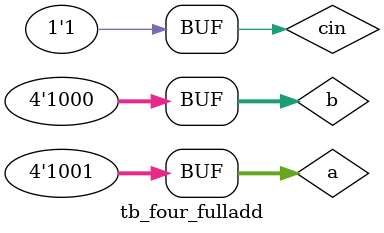
<source format=v>
`timescale 1ns/100ps
module tb_four_fulladd();
reg[3:0] a,b;//4bit a,b
reg cin;//1bit cin
wire cout,s0,s1,s2,s3;//1 bit cout,s0,s1,s2,s3

four_fulladd test(a,b,cin,cout,s0,s1,s2,s3);//module ????
initial
begin
		a=4'b0000; b=4'b0000; cin=0;//0~100ns
	#100 	a=4'b0101; b=4'b0000; cin=0;//100ns~200ns
	#100	a=4'b0101; b=4'b1000; cin=1;//200ns~300ns	
	#100	a=4'b1001; b=4'b1000; cin=1;//300ns~400ns
end
endmodule
</source>
